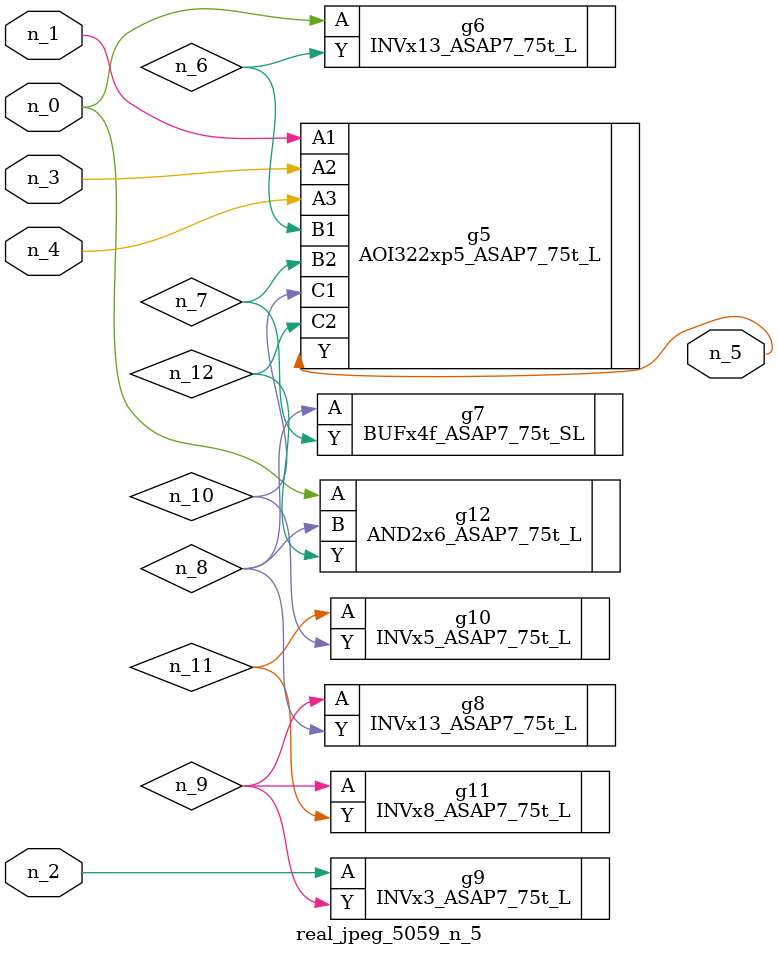
<source format=v>
module real_jpeg_5059_n_5 (n_4, n_0, n_1, n_2, n_3, n_5);

input n_4;
input n_0;
input n_1;
input n_2;
input n_3;

output n_5;

wire n_12;
wire n_8;
wire n_11;
wire n_6;
wire n_7;
wire n_10;
wire n_9;

INVx13_ASAP7_75t_L g6 ( 
.A(n_0),
.Y(n_6)
);

AND2x6_ASAP7_75t_L g12 ( 
.A(n_0),
.B(n_8),
.Y(n_12)
);

AOI322xp5_ASAP7_75t_L g5 ( 
.A1(n_1),
.A2(n_3),
.A3(n_4),
.B1(n_6),
.B2(n_7),
.C1(n_10),
.C2(n_12),
.Y(n_5)
);

INVx3_ASAP7_75t_L g9 ( 
.A(n_2),
.Y(n_9)
);

BUFx4f_ASAP7_75t_SL g7 ( 
.A(n_8),
.Y(n_7)
);

INVx13_ASAP7_75t_L g8 ( 
.A(n_9),
.Y(n_8)
);

INVx8_ASAP7_75t_L g11 ( 
.A(n_9),
.Y(n_11)
);

INVx5_ASAP7_75t_L g10 ( 
.A(n_11),
.Y(n_10)
);


endmodule
</source>
